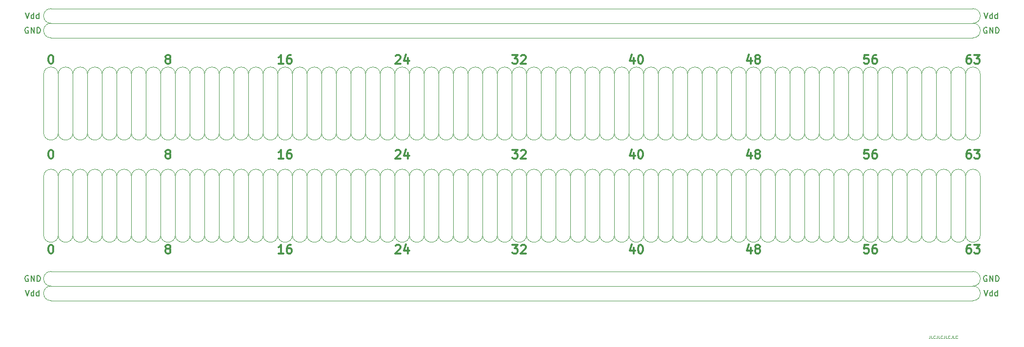
<source format=gbr>
%TF.GenerationSoftware,KiCad,Pcbnew,5.1.7*%
%TF.CreationDate,2020-11-18T18:26:48+01:00*%
%TF.ProjectId,8bitCpu,38626974-4370-4752-9e6b-696361645f70,rev?*%
%TF.SameCoordinates,Original*%
%TF.FileFunction,Legend,Top*%
%TF.FilePolarity,Positive*%
%FSLAX46Y46*%
G04 Gerber Fmt 4.6, Leading zero omitted, Abs format (unit mm)*
G04 Created by KiCad (PCBNEW 5.1.7) date 2020-11-18 18:26:48*
%MOMM*%
%LPD*%
G01*
G04 APERTURE LIST*
%ADD10C,0.200000*%
%ADD11C,0.100000*%
%ADD12C,0.300000*%
%ADD13C,0.120000*%
G04 APERTURE END LIST*
D10*
X213233095Y-45220000D02*
X213137857Y-45172380D01*
X212995000Y-45172380D01*
X212852142Y-45220000D01*
X212756904Y-45315238D01*
X212709285Y-45410476D01*
X212661666Y-45600952D01*
X212661666Y-45743809D01*
X212709285Y-45934285D01*
X212756904Y-46029523D01*
X212852142Y-46124761D01*
X212995000Y-46172380D01*
X213090238Y-46172380D01*
X213233095Y-46124761D01*
X213280714Y-46077142D01*
X213280714Y-45743809D01*
X213090238Y-45743809D01*
X213709285Y-46172380D02*
X213709285Y-45172380D01*
X214280714Y-46172380D01*
X214280714Y-45172380D01*
X214756904Y-46172380D02*
X214756904Y-45172380D01*
X214995000Y-45172380D01*
X215137857Y-45220000D01*
X215233095Y-45315238D01*
X215280714Y-45410476D01*
X215328333Y-45600952D01*
X215328333Y-45743809D01*
X215280714Y-45934285D01*
X215233095Y-46029523D01*
X215137857Y-46124761D01*
X214995000Y-46172380D01*
X214756904Y-46172380D01*
X212756904Y-42632380D02*
X213090238Y-43632380D01*
X213423571Y-42632380D01*
X214185476Y-43632380D02*
X214185476Y-42632380D01*
X214185476Y-43584761D02*
X214090238Y-43632380D01*
X213899761Y-43632380D01*
X213804523Y-43584761D01*
X213756904Y-43537142D01*
X213709285Y-43441904D01*
X213709285Y-43156190D01*
X213756904Y-43060952D01*
X213804523Y-43013333D01*
X213899761Y-42965714D01*
X214090238Y-42965714D01*
X214185476Y-43013333D01*
X215090238Y-43632380D02*
X215090238Y-42632380D01*
X215090238Y-43584761D02*
X214995000Y-43632380D01*
X214804523Y-43632380D01*
X214709285Y-43584761D01*
X214661666Y-43537142D01*
X214614047Y-43441904D01*
X214614047Y-43156190D01*
X214661666Y-43060952D01*
X214709285Y-43013333D01*
X214804523Y-42965714D01*
X214995000Y-42965714D01*
X215090238Y-43013333D01*
X46863095Y-45220000D02*
X46767857Y-45172380D01*
X46625000Y-45172380D01*
X46482142Y-45220000D01*
X46386904Y-45315238D01*
X46339285Y-45410476D01*
X46291666Y-45600952D01*
X46291666Y-45743809D01*
X46339285Y-45934285D01*
X46386904Y-46029523D01*
X46482142Y-46124761D01*
X46625000Y-46172380D01*
X46720238Y-46172380D01*
X46863095Y-46124761D01*
X46910714Y-46077142D01*
X46910714Y-45743809D01*
X46720238Y-45743809D01*
X47339285Y-46172380D02*
X47339285Y-45172380D01*
X47910714Y-46172380D01*
X47910714Y-45172380D01*
X48386904Y-46172380D02*
X48386904Y-45172380D01*
X48625000Y-45172380D01*
X48767857Y-45220000D01*
X48863095Y-45315238D01*
X48910714Y-45410476D01*
X48958333Y-45600952D01*
X48958333Y-45743809D01*
X48910714Y-45934285D01*
X48863095Y-46029523D01*
X48767857Y-46124761D01*
X48625000Y-46172380D01*
X48386904Y-46172380D01*
X46386904Y-42632380D02*
X46720238Y-43632380D01*
X47053571Y-42632380D01*
X47815476Y-43632380D02*
X47815476Y-42632380D01*
X47815476Y-43584761D02*
X47720238Y-43632380D01*
X47529761Y-43632380D01*
X47434523Y-43584761D01*
X47386904Y-43537142D01*
X47339285Y-43441904D01*
X47339285Y-43156190D01*
X47386904Y-43060952D01*
X47434523Y-43013333D01*
X47529761Y-42965714D01*
X47720238Y-42965714D01*
X47815476Y-43013333D01*
X48720238Y-43632380D02*
X48720238Y-42632380D01*
X48720238Y-43584761D02*
X48625000Y-43632380D01*
X48434523Y-43632380D01*
X48339285Y-43584761D01*
X48291666Y-43537142D01*
X48244047Y-43441904D01*
X48244047Y-43156190D01*
X48291666Y-43060952D01*
X48339285Y-43013333D01*
X48434523Y-42965714D01*
X48625000Y-42965714D01*
X48720238Y-43013333D01*
X46386904Y-90892380D02*
X46720238Y-91892380D01*
X47053571Y-90892380D01*
X47815476Y-91892380D02*
X47815476Y-90892380D01*
X47815476Y-91844761D02*
X47720238Y-91892380D01*
X47529761Y-91892380D01*
X47434523Y-91844761D01*
X47386904Y-91797142D01*
X47339285Y-91701904D01*
X47339285Y-91416190D01*
X47386904Y-91320952D01*
X47434523Y-91273333D01*
X47529761Y-91225714D01*
X47720238Y-91225714D01*
X47815476Y-91273333D01*
X48720238Y-91892380D02*
X48720238Y-90892380D01*
X48720238Y-91844761D02*
X48625000Y-91892380D01*
X48434523Y-91892380D01*
X48339285Y-91844761D01*
X48291666Y-91797142D01*
X48244047Y-91701904D01*
X48244047Y-91416190D01*
X48291666Y-91320952D01*
X48339285Y-91273333D01*
X48434523Y-91225714D01*
X48625000Y-91225714D01*
X48720238Y-91273333D01*
X46863095Y-88400000D02*
X46767857Y-88352380D01*
X46625000Y-88352380D01*
X46482142Y-88400000D01*
X46386904Y-88495238D01*
X46339285Y-88590476D01*
X46291666Y-88780952D01*
X46291666Y-88923809D01*
X46339285Y-89114285D01*
X46386904Y-89209523D01*
X46482142Y-89304761D01*
X46625000Y-89352380D01*
X46720238Y-89352380D01*
X46863095Y-89304761D01*
X46910714Y-89257142D01*
X46910714Y-88923809D01*
X46720238Y-88923809D01*
X47339285Y-89352380D02*
X47339285Y-88352380D01*
X47910714Y-89352380D01*
X47910714Y-88352380D01*
X48386904Y-89352380D02*
X48386904Y-88352380D01*
X48625000Y-88352380D01*
X48767857Y-88400000D01*
X48863095Y-88495238D01*
X48910714Y-88590476D01*
X48958333Y-88780952D01*
X48958333Y-88923809D01*
X48910714Y-89114285D01*
X48863095Y-89209523D01*
X48767857Y-89304761D01*
X48625000Y-89352380D01*
X48386904Y-89352380D01*
X212756904Y-90892380D02*
X213090238Y-91892380D01*
X213423571Y-90892380D01*
X214185476Y-91892380D02*
X214185476Y-90892380D01*
X214185476Y-91844761D02*
X214090238Y-91892380D01*
X213899761Y-91892380D01*
X213804523Y-91844761D01*
X213756904Y-91797142D01*
X213709285Y-91701904D01*
X213709285Y-91416190D01*
X213756904Y-91320952D01*
X213804523Y-91273333D01*
X213899761Y-91225714D01*
X214090238Y-91225714D01*
X214185476Y-91273333D01*
X215090238Y-91892380D02*
X215090238Y-90892380D01*
X215090238Y-91844761D02*
X214995000Y-91892380D01*
X214804523Y-91892380D01*
X214709285Y-91844761D01*
X214661666Y-91797142D01*
X214614047Y-91701904D01*
X214614047Y-91416190D01*
X214661666Y-91320952D01*
X214709285Y-91273333D01*
X214804523Y-91225714D01*
X214995000Y-91225714D01*
X215090238Y-91273333D01*
X213233095Y-88400000D02*
X213137857Y-88352380D01*
X212995000Y-88352380D01*
X212852142Y-88400000D01*
X212756904Y-88495238D01*
X212709285Y-88590476D01*
X212661666Y-88780952D01*
X212661666Y-88923809D01*
X212709285Y-89114285D01*
X212756904Y-89209523D01*
X212852142Y-89304761D01*
X212995000Y-89352380D01*
X213090238Y-89352380D01*
X213233095Y-89304761D01*
X213280714Y-89257142D01*
X213280714Y-88923809D01*
X213090238Y-88923809D01*
X213709285Y-89352380D02*
X213709285Y-88352380D01*
X214280714Y-89352380D01*
X214280714Y-88352380D01*
X214756904Y-89352380D02*
X214756904Y-88352380D01*
X214995000Y-88352380D01*
X215137857Y-88400000D01*
X215233095Y-88495238D01*
X215280714Y-88590476D01*
X215328333Y-88780952D01*
X215328333Y-88923809D01*
X215280714Y-89114285D01*
X215233095Y-89209523D01*
X215137857Y-89304761D01*
X214995000Y-89352380D01*
X214756904Y-89352380D01*
D11*
X203334047Y-98786190D02*
X203334047Y-99143333D01*
X203310238Y-99214761D01*
X203262619Y-99262380D01*
X203191190Y-99286190D01*
X203143571Y-99286190D01*
X203810238Y-99286190D02*
X203572142Y-99286190D01*
X203572142Y-98786190D01*
X204262619Y-99238571D02*
X204238809Y-99262380D01*
X204167380Y-99286190D01*
X204119761Y-99286190D01*
X204048333Y-99262380D01*
X204000714Y-99214761D01*
X203976904Y-99167142D01*
X203953095Y-99071904D01*
X203953095Y-99000476D01*
X203976904Y-98905238D01*
X204000714Y-98857619D01*
X204048333Y-98810000D01*
X204119761Y-98786190D01*
X204167380Y-98786190D01*
X204238809Y-98810000D01*
X204262619Y-98833809D01*
X204619761Y-98786190D02*
X204619761Y-99143333D01*
X204595952Y-99214761D01*
X204548333Y-99262380D01*
X204476904Y-99286190D01*
X204429285Y-99286190D01*
X205095952Y-99286190D02*
X204857857Y-99286190D01*
X204857857Y-98786190D01*
X205548333Y-99238571D02*
X205524523Y-99262380D01*
X205453095Y-99286190D01*
X205405476Y-99286190D01*
X205334047Y-99262380D01*
X205286428Y-99214761D01*
X205262619Y-99167142D01*
X205238809Y-99071904D01*
X205238809Y-99000476D01*
X205262619Y-98905238D01*
X205286428Y-98857619D01*
X205334047Y-98810000D01*
X205405476Y-98786190D01*
X205453095Y-98786190D01*
X205524523Y-98810000D01*
X205548333Y-98833809D01*
X205905476Y-98786190D02*
X205905476Y-99143333D01*
X205881666Y-99214761D01*
X205834047Y-99262380D01*
X205762619Y-99286190D01*
X205715000Y-99286190D01*
X206381666Y-99286190D02*
X206143571Y-99286190D01*
X206143571Y-98786190D01*
X206834047Y-99238571D02*
X206810238Y-99262380D01*
X206738809Y-99286190D01*
X206691190Y-99286190D01*
X206619761Y-99262380D01*
X206572142Y-99214761D01*
X206548333Y-99167142D01*
X206524523Y-99071904D01*
X206524523Y-99000476D01*
X206548333Y-98905238D01*
X206572142Y-98857619D01*
X206619761Y-98810000D01*
X206691190Y-98786190D01*
X206738809Y-98786190D01*
X206810238Y-98810000D01*
X206834047Y-98833809D01*
X207191190Y-98786190D02*
X207191190Y-99143333D01*
X207167380Y-99214761D01*
X207119761Y-99262380D01*
X207048333Y-99286190D01*
X207000714Y-99286190D01*
X207667380Y-99286190D02*
X207429285Y-99286190D01*
X207429285Y-98786190D01*
X208119761Y-99238571D02*
X208095952Y-99262380D01*
X208024523Y-99286190D01*
X207976904Y-99286190D01*
X207905476Y-99262380D01*
X207857857Y-99214761D01*
X207834047Y-99167142D01*
X207810238Y-99071904D01*
X207810238Y-99000476D01*
X207834047Y-98905238D01*
X207857857Y-98857619D01*
X207905476Y-98810000D01*
X207976904Y-98786190D01*
X208024523Y-98786190D01*
X208095952Y-98810000D01*
X208119761Y-98833809D01*
D12*
X192682857Y-82998571D02*
X191968571Y-82998571D01*
X191897142Y-83712857D01*
X191968571Y-83641428D01*
X192111428Y-83570000D01*
X192468571Y-83570000D01*
X192611428Y-83641428D01*
X192682857Y-83712857D01*
X192754285Y-83855714D01*
X192754285Y-84212857D01*
X192682857Y-84355714D01*
X192611428Y-84427142D01*
X192468571Y-84498571D01*
X192111428Y-84498571D01*
X191968571Y-84427142D01*
X191897142Y-84355714D01*
X194040000Y-82998571D02*
X193754285Y-82998571D01*
X193611428Y-83070000D01*
X193540000Y-83141428D01*
X193397142Y-83355714D01*
X193325714Y-83641428D01*
X193325714Y-84212857D01*
X193397142Y-84355714D01*
X193468571Y-84427142D01*
X193611428Y-84498571D01*
X193897142Y-84498571D01*
X194040000Y-84427142D01*
X194111428Y-84355714D01*
X194182857Y-84212857D01*
X194182857Y-83855714D01*
X194111428Y-83712857D01*
X194040000Y-83641428D01*
X193897142Y-83570000D01*
X193611428Y-83570000D01*
X193468571Y-83641428D01*
X193397142Y-83712857D01*
X193325714Y-83855714D01*
X210391428Y-82998571D02*
X210105714Y-82998571D01*
X209962857Y-83070000D01*
X209891428Y-83141428D01*
X209748571Y-83355714D01*
X209677142Y-83641428D01*
X209677142Y-84212857D01*
X209748571Y-84355714D01*
X209820000Y-84427142D01*
X209962857Y-84498571D01*
X210248571Y-84498571D01*
X210391428Y-84427142D01*
X210462857Y-84355714D01*
X210534285Y-84212857D01*
X210534285Y-83855714D01*
X210462857Y-83712857D01*
X210391428Y-83641428D01*
X210248571Y-83570000D01*
X209962857Y-83570000D01*
X209820000Y-83641428D01*
X209748571Y-83712857D01*
X209677142Y-83855714D01*
X211034285Y-82998571D02*
X211962857Y-82998571D01*
X211462857Y-83570000D01*
X211677142Y-83570000D01*
X211820000Y-83641428D01*
X211891428Y-83712857D01*
X211962857Y-83855714D01*
X211962857Y-84212857D01*
X211891428Y-84355714D01*
X211820000Y-84427142D01*
X211677142Y-84498571D01*
X211248571Y-84498571D01*
X211105714Y-84427142D01*
X211034285Y-84355714D01*
X70977142Y-83641428D02*
X70834285Y-83570000D01*
X70762857Y-83498571D01*
X70691428Y-83355714D01*
X70691428Y-83284285D01*
X70762857Y-83141428D01*
X70834285Y-83070000D01*
X70977142Y-82998571D01*
X71262857Y-82998571D01*
X71405714Y-83070000D01*
X71477142Y-83141428D01*
X71548571Y-83284285D01*
X71548571Y-83355714D01*
X71477142Y-83498571D01*
X71405714Y-83570000D01*
X71262857Y-83641428D01*
X70977142Y-83641428D01*
X70834285Y-83712857D01*
X70762857Y-83784285D01*
X70691428Y-83927142D01*
X70691428Y-84212857D01*
X70762857Y-84355714D01*
X70834285Y-84427142D01*
X70977142Y-84498571D01*
X71262857Y-84498571D01*
X71405714Y-84427142D01*
X71477142Y-84355714D01*
X71548571Y-84212857D01*
X71548571Y-83927142D01*
X71477142Y-83784285D01*
X71405714Y-83712857D01*
X71262857Y-83641428D01*
X151971428Y-83498571D02*
X151971428Y-84498571D01*
X151614285Y-82927142D02*
X151257142Y-83998571D01*
X152185714Y-83998571D01*
X153042857Y-82998571D02*
X153185714Y-82998571D01*
X153328571Y-83070000D01*
X153400000Y-83141428D01*
X153471428Y-83284285D01*
X153542857Y-83570000D01*
X153542857Y-83927142D01*
X153471428Y-84212857D01*
X153400000Y-84355714D01*
X153328571Y-84427142D01*
X153185714Y-84498571D01*
X153042857Y-84498571D01*
X152900000Y-84427142D01*
X152828571Y-84355714D01*
X152757142Y-84212857D01*
X152685714Y-83927142D01*
X152685714Y-83570000D01*
X152757142Y-83284285D01*
X152828571Y-83141428D01*
X152900000Y-83070000D01*
X153042857Y-82998571D01*
X172291428Y-83498571D02*
X172291428Y-84498571D01*
X171934285Y-82927142D02*
X171577142Y-83998571D01*
X172505714Y-83998571D01*
X173291428Y-83641428D02*
X173148571Y-83570000D01*
X173077142Y-83498571D01*
X173005714Y-83355714D01*
X173005714Y-83284285D01*
X173077142Y-83141428D01*
X173148571Y-83070000D01*
X173291428Y-82998571D01*
X173577142Y-82998571D01*
X173720000Y-83070000D01*
X173791428Y-83141428D01*
X173862857Y-83284285D01*
X173862857Y-83355714D01*
X173791428Y-83498571D01*
X173720000Y-83570000D01*
X173577142Y-83641428D01*
X173291428Y-83641428D01*
X173148571Y-83712857D01*
X173077142Y-83784285D01*
X173005714Y-83927142D01*
X173005714Y-84212857D01*
X173077142Y-84355714D01*
X173148571Y-84427142D01*
X173291428Y-84498571D01*
X173577142Y-84498571D01*
X173720000Y-84427142D01*
X173791428Y-84355714D01*
X173862857Y-84212857D01*
X173862857Y-83927142D01*
X173791428Y-83784285D01*
X173720000Y-83712857D01*
X173577142Y-83641428D01*
X110617142Y-83141428D02*
X110688571Y-83070000D01*
X110831428Y-82998571D01*
X111188571Y-82998571D01*
X111331428Y-83070000D01*
X111402857Y-83141428D01*
X111474285Y-83284285D01*
X111474285Y-83427142D01*
X111402857Y-83641428D01*
X110545714Y-84498571D01*
X111474285Y-84498571D01*
X112760000Y-83498571D02*
X112760000Y-84498571D01*
X112402857Y-82927142D02*
X112045714Y-83998571D01*
X112974285Y-83998571D01*
X91154285Y-84498571D02*
X90297142Y-84498571D01*
X90725714Y-84498571D02*
X90725714Y-82998571D01*
X90582857Y-83212857D01*
X90440000Y-83355714D01*
X90297142Y-83427142D01*
X92440000Y-82998571D02*
X92154285Y-82998571D01*
X92011428Y-83070000D01*
X91940000Y-83141428D01*
X91797142Y-83355714D01*
X91725714Y-83641428D01*
X91725714Y-84212857D01*
X91797142Y-84355714D01*
X91868571Y-84427142D01*
X92011428Y-84498571D01*
X92297142Y-84498571D01*
X92440000Y-84427142D01*
X92511428Y-84355714D01*
X92582857Y-84212857D01*
X92582857Y-83855714D01*
X92511428Y-83712857D01*
X92440000Y-83641428D01*
X92297142Y-83570000D01*
X92011428Y-83570000D01*
X91868571Y-83641428D01*
X91797142Y-83712857D01*
X91725714Y-83855714D01*
X130865714Y-82998571D02*
X131794285Y-82998571D01*
X131294285Y-83570000D01*
X131508571Y-83570000D01*
X131651428Y-83641428D01*
X131722857Y-83712857D01*
X131794285Y-83855714D01*
X131794285Y-84212857D01*
X131722857Y-84355714D01*
X131651428Y-84427142D01*
X131508571Y-84498571D01*
X131080000Y-84498571D01*
X130937142Y-84427142D01*
X130865714Y-84355714D01*
X132365714Y-83141428D02*
X132437142Y-83070000D01*
X132580000Y-82998571D01*
X132937142Y-82998571D01*
X133080000Y-83070000D01*
X133151428Y-83141428D01*
X133222857Y-83284285D01*
X133222857Y-83427142D01*
X133151428Y-83641428D01*
X132294285Y-84498571D01*
X133222857Y-84498571D01*
X50728571Y-82998571D02*
X50871428Y-82998571D01*
X51014285Y-83070000D01*
X51085714Y-83141428D01*
X51157142Y-83284285D01*
X51228571Y-83570000D01*
X51228571Y-83927142D01*
X51157142Y-84212857D01*
X51085714Y-84355714D01*
X51014285Y-84427142D01*
X50871428Y-84498571D01*
X50728571Y-84498571D01*
X50585714Y-84427142D01*
X50514285Y-84355714D01*
X50442857Y-84212857D01*
X50371428Y-83927142D01*
X50371428Y-83570000D01*
X50442857Y-83284285D01*
X50514285Y-83141428D01*
X50585714Y-83070000D01*
X50728571Y-82998571D01*
X192682857Y-66488571D02*
X191968571Y-66488571D01*
X191897142Y-67202857D01*
X191968571Y-67131428D01*
X192111428Y-67060000D01*
X192468571Y-67060000D01*
X192611428Y-67131428D01*
X192682857Y-67202857D01*
X192754285Y-67345714D01*
X192754285Y-67702857D01*
X192682857Y-67845714D01*
X192611428Y-67917142D01*
X192468571Y-67988571D01*
X192111428Y-67988571D01*
X191968571Y-67917142D01*
X191897142Y-67845714D01*
X194040000Y-66488571D02*
X193754285Y-66488571D01*
X193611428Y-66560000D01*
X193540000Y-66631428D01*
X193397142Y-66845714D01*
X193325714Y-67131428D01*
X193325714Y-67702857D01*
X193397142Y-67845714D01*
X193468571Y-67917142D01*
X193611428Y-67988571D01*
X193897142Y-67988571D01*
X194040000Y-67917142D01*
X194111428Y-67845714D01*
X194182857Y-67702857D01*
X194182857Y-67345714D01*
X194111428Y-67202857D01*
X194040000Y-67131428D01*
X193897142Y-67060000D01*
X193611428Y-67060000D01*
X193468571Y-67131428D01*
X193397142Y-67202857D01*
X193325714Y-67345714D01*
X210391428Y-66488571D02*
X210105714Y-66488571D01*
X209962857Y-66560000D01*
X209891428Y-66631428D01*
X209748571Y-66845714D01*
X209677142Y-67131428D01*
X209677142Y-67702857D01*
X209748571Y-67845714D01*
X209820000Y-67917142D01*
X209962857Y-67988571D01*
X210248571Y-67988571D01*
X210391428Y-67917142D01*
X210462857Y-67845714D01*
X210534285Y-67702857D01*
X210534285Y-67345714D01*
X210462857Y-67202857D01*
X210391428Y-67131428D01*
X210248571Y-67060000D01*
X209962857Y-67060000D01*
X209820000Y-67131428D01*
X209748571Y-67202857D01*
X209677142Y-67345714D01*
X211034285Y-66488571D02*
X211962857Y-66488571D01*
X211462857Y-67060000D01*
X211677142Y-67060000D01*
X211820000Y-67131428D01*
X211891428Y-67202857D01*
X211962857Y-67345714D01*
X211962857Y-67702857D01*
X211891428Y-67845714D01*
X211820000Y-67917142D01*
X211677142Y-67988571D01*
X211248571Y-67988571D01*
X211105714Y-67917142D01*
X211034285Y-67845714D01*
X70977142Y-67131428D02*
X70834285Y-67060000D01*
X70762857Y-66988571D01*
X70691428Y-66845714D01*
X70691428Y-66774285D01*
X70762857Y-66631428D01*
X70834285Y-66560000D01*
X70977142Y-66488571D01*
X71262857Y-66488571D01*
X71405714Y-66560000D01*
X71477142Y-66631428D01*
X71548571Y-66774285D01*
X71548571Y-66845714D01*
X71477142Y-66988571D01*
X71405714Y-67060000D01*
X71262857Y-67131428D01*
X70977142Y-67131428D01*
X70834285Y-67202857D01*
X70762857Y-67274285D01*
X70691428Y-67417142D01*
X70691428Y-67702857D01*
X70762857Y-67845714D01*
X70834285Y-67917142D01*
X70977142Y-67988571D01*
X71262857Y-67988571D01*
X71405714Y-67917142D01*
X71477142Y-67845714D01*
X71548571Y-67702857D01*
X71548571Y-67417142D01*
X71477142Y-67274285D01*
X71405714Y-67202857D01*
X71262857Y-67131428D01*
X151971428Y-66988571D02*
X151971428Y-67988571D01*
X151614285Y-66417142D02*
X151257142Y-67488571D01*
X152185714Y-67488571D01*
X153042857Y-66488571D02*
X153185714Y-66488571D01*
X153328571Y-66560000D01*
X153400000Y-66631428D01*
X153471428Y-66774285D01*
X153542857Y-67060000D01*
X153542857Y-67417142D01*
X153471428Y-67702857D01*
X153400000Y-67845714D01*
X153328571Y-67917142D01*
X153185714Y-67988571D01*
X153042857Y-67988571D01*
X152900000Y-67917142D01*
X152828571Y-67845714D01*
X152757142Y-67702857D01*
X152685714Y-67417142D01*
X152685714Y-67060000D01*
X152757142Y-66774285D01*
X152828571Y-66631428D01*
X152900000Y-66560000D01*
X153042857Y-66488571D01*
X172291428Y-66988571D02*
X172291428Y-67988571D01*
X171934285Y-66417142D02*
X171577142Y-67488571D01*
X172505714Y-67488571D01*
X173291428Y-67131428D02*
X173148571Y-67060000D01*
X173077142Y-66988571D01*
X173005714Y-66845714D01*
X173005714Y-66774285D01*
X173077142Y-66631428D01*
X173148571Y-66560000D01*
X173291428Y-66488571D01*
X173577142Y-66488571D01*
X173720000Y-66560000D01*
X173791428Y-66631428D01*
X173862857Y-66774285D01*
X173862857Y-66845714D01*
X173791428Y-66988571D01*
X173720000Y-67060000D01*
X173577142Y-67131428D01*
X173291428Y-67131428D01*
X173148571Y-67202857D01*
X173077142Y-67274285D01*
X173005714Y-67417142D01*
X173005714Y-67702857D01*
X173077142Y-67845714D01*
X173148571Y-67917142D01*
X173291428Y-67988571D01*
X173577142Y-67988571D01*
X173720000Y-67917142D01*
X173791428Y-67845714D01*
X173862857Y-67702857D01*
X173862857Y-67417142D01*
X173791428Y-67274285D01*
X173720000Y-67202857D01*
X173577142Y-67131428D01*
X110617142Y-66631428D02*
X110688571Y-66560000D01*
X110831428Y-66488571D01*
X111188571Y-66488571D01*
X111331428Y-66560000D01*
X111402857Y-66631428D01*
X111474285Y-66774285D01*
X111474285Y-66917142D01*
X111402857Y-67131428D01*
X110545714Y-67988571D01*
X111474285Y-67988571D01*
X112760000Y-66988571D02*
X112760000Y-67988571D01*
X112402857Y-66417142D02*
X112045714Y-67488571D01*
X112974285Y-67488571D01*
X91154285Y-67988571D02*
X90297142Y-67988571D01*
X90725714Y-67988571D02*
X90725714Y-66488571D01*
X90582857Y-66702857D01*
X90440000Y-66845714D01*
X90297142Y-66917142D01*
X92440000Y-66488571D02*
X92154285Y-66488571D01*
X92011428Y-66560000D01*
X91940000Y-66631428D01*
X91797142Y-66845714D01*
X91725714Y-67131428D01*
X91725714Y-67702857D01*
X91797142Y-67845714D01*
X91868571Y-67917142D01*
X92011428Y-67988571D01*
X92297142Y-67988571D01*
X92440000Y-67917142D01*
X92511428Y-67845714D01*
X92582857Y-67702857D01*
X92582857Y-67345714D01*
X92511428Y-67202857D01*
X92440000Y-67131428D01*
X92297142Y-67060000D01*
X92011428Y-67060000D01*
X91868571Y-67131428D01*
X91797142Y-67202857D01*
X91725714Y-67345714D01*
X130865714Y-66488571D02*
X131794285Y-66488571D01*
X131294285Y-67060000D01*
X131508571Y-67060000D01*
X131651428Y-67131428D01*
X131722857Y-67202857D01*
X131794285Y-67345714D01*
X131794285Y-67702857D01*
X131722857Y-67845714D01*
X131651428Y-67917142D01*
X131508571Y-67988571D01*
X131080000Y-67988571D01*
X130937142Y-67917142D01*
X130865714Y-67845714D01*
X132365714Y-66631428D02*
X132437142Y-66560000D01*
X132580000Y-66488571D01*
X132937142Y-66488571D01*
X133080000Y-66560000D01*
X133151428Y-66631428D01*
X133222857Y-66774285D01*
X133222857Y-66917142D01*
X133151428Y-67131428D01*
X132294285Y-67988571D01*
X133222857Y-67988571D01*
X50728571Y-66488571D02*
X50871428Y-66488571D01*
X51014285Y-66560000D01*
X51085714Y-66631428D01*
X51157142Y-66774285D01*
X51228571Y-67060000D01*
X51228571Y-67417142D01*
X51157142Y-67702857D01*
X51085714Y-67845714D01*
X51014285Y-67917142D01*
X50871428Y-67988571D01*
X50728571Y-67988571D01*
X50585714Y-67917142D01*
X50514285Y-67845714D01*
X50442857Y-67702857D01*
X50371428Y-67417142D01*
X50371428Y-67060000D01*
X50442857Y-66774285D01*
X50514285Y-66631428D01*
X50585714Y-66560000D01*
X50728571Y-66488571D01*
X50728571Y-49978571D02*
X50871428Y-49978571D01*
X51014285Y-50050000D01*
X51085714Y-50121428D01*
X51157142Y-50264285D01*
X51228571Y-50550000D01*
X51228571Y-50907142D01*
X51157142Y-51192857D01*
X51085714Y-51335714D01*
X51014285Y-51407142D01*
X50871428Y-51478571D01*
X50728571Y-51478571D01*
X50585714Y-51407142D01*
X50514285Y-51335714D01*
X50442857Y-51192857D01*
X50371428Y-50907142D01*
X50371428Y-50550000D01*
X50442857Y-50264285D01*
X50514285Y-50121428D01*
X50585714Y-50050000D01*
X50728571Y-49978571D01*
X210391428Y-49978571D02*
X210105714Y-49978571D01*
X209962857Y-50050000D01*
X209891428Y-50121428D01*
X209748571Y-50335714D01*
X209677142Y-50621428D01*
X209677142Y-51192857D01*
X209748571Y-51335714D01*
X209820000Y-51407142D01*
X209962857Y-51478571D01*
X210248571Y-51478571D01*
X210391428Y-51407142D01*
X210462857Y-51335714D01*
X210534285Y-51192857D01*
X210534285Y-50835714D01*
X210462857Y-50692857D01*
X210391428Y-50621428D01*
X210248571Y-50550000D01*
X209962857Y-50550000D01*
X209820000Y-50621428D01*
X209748571Y-50692857D01*
X209677142Y-50835714D01*
X211034285Y-49978571D02*
X211962857Y-49978571D01*
X211462857Y-50550000D01*
X211677142Y-50550000D01*
X211820000Y-50621428D01*
X211891428Y-50692857D01*
X211962857Y-50835714D01*
X211962857Y-51192857D01*
X211891428Y-51335714D01*
X211820000Y-51407142D01*
X211677142Y-51478571D01*
X211248571Y-51478571D01*
X211105714Y-51407142D01*
X211034285Y-51335714D01*
X192682857Y-49978571D02*
X191968571Y-49978571D01*
X191897142Y-50692857D01*
X191968571Y-50621428D01*
X192111428Y-50550000D01*
X192468571Y-50550000D01*
X192611428Y-50621428D01*
X192682857Y-50692857D01*
X192754285Y-50835714D01*
X192754285Y-51192857D01*
X192682857Y-51335714D01*
X192611428Y-51407142D01*
X192468571Y-51478571D01*
X192111428Y-51478571D01*
X191968571Y-51407142D01*
X191897142Y-51335714D01*
X194040000Y-49978571D02*
X193754285Y-49978571D01*
X193611428Y-50050000D01*
X193540000Y-50121428D01*
X193397142Y-50335714D01*
X193325714Y-50621428D01*
X193325714Y-51192857D01*
X193397142Y-51335714D01*
X193468571Y-51407142D01*
X193611428Y-51478571D01*
X193897142Y-51478571D01*
X194040000Y-51407142D01*
X194111428Y-51335714D01*
X194182857Y-51192857D01*
X194182857Y-50835714D01*
X194111428Y-50692857D01*
X194040000Y-50621428D01*
X193897142Y-50550000D01*
X193611428Y-50550000D01*
X193468571Y-50621428D01*
X193397142Y-50692857D01*
X193325714Y-50835714D01*
X172291428Y-50478571D02*
X172291428Y-51478571D01*
X171934285Y-49907142D02*
X171577142Y-50978571D01*
X172505714Y-50978571D01*
X173291428Y-50621428D02*
X173148571Y-50550000D01*
X173077142Y-50478571D01*
X173005714Y-50335714D01*
X173005714Y-50264285D01*
X173077142Y-50121428D01*
X173148571Y-50050000D01*
X173291428Y-49978571D01*
X173577142Y-49978571D01*
X173720000Y-50050000D01*
X173791428Y-50121428D01*
X173862857Y-50264285D01*
X173862857Y-50335714D01*
X173791428Y-50478571D01*
X173720000Y-50550000D01*
X173577142Y-50621428D01*
X173291428Y-50621428D01*
X173148571Y-50692857D01*
X173077142Y-50764285D01*
X173005714Y-50907142D01*
X173005714Y-51192857D01*
X173077142Y-51335714D01*
X173148571Y-51407142D01*
X173291428Y-51478571D01*
X173577142Y-51478571D01*
X173720000Y-51407142D01*
X173791428Y-51335714D01*
X173862857Y-51192857D01*
X173862857Y-50907142D01*
X173791428Y-50764285D01*
X173720000Y-50692857D01*
X173577142Y-50621428D01*
X151971428Y-50478571D02*
X151971428Y-51478571D01*
X151614285Y-49907142D02*
X151257142Y-50978571D01*
X152185714Y-50978571D01*
X153042857Y-49978571D02*
X153185714Y-49978571D01*
X153328571Y-50050000D01*
X153400000Y-50121428D01*
X153471428Y-50264285D01*
X153542857Y-50550000D01*
X153542857Y-50907142D01*
X153471428Y-51192857D01*
X153400000Y-51335714D01*
X153328571Y-51407142D01*
X153185714Y-51478571D01*
X153042857Y-51478571D01*
X152900000Y-51407142D01*
X152828571Y-51335714D01*
X152757142Y-51192857D01*
X152685714Y-50907142D01*
X152685714Y-50550000D01*
X152757142Y-50264285D01*
X152828571Y-50121428D01*
X152900000Y-50050000D01*
X153042857Y-49978571D01*
X130865714Y-49978571D02*
X131794285Y-49978571D01*
X131294285Y-50550000D01*
X131508571Y-50550000D01*
X131651428Y-50621428D01*
X131722857Y-50692857D01*
X131794285Y-50835714D01*
X131794285Y-51192857D01*
X131722857Y-51335714D01*
X131651428Y-51407142D01*
X131508571Y-51478571D01*
X131080000Y-51478571D01*
X130937142Y-51407142D01*
X130865714Y-51335714D01*
X132365714Y-50121428D02*
X132437142Y-50050000D01*
X132580000Y-49978571D01*
X132937142Y-49978571D01*
X133080000Y-50050000D01*
X133151428Y-50121428D01*
X133222857Y-50264285D01*
X133222857Y-50407142D01*
X133151428Y-50621428D01*
X132294285Y-51478571D01*
X133222857Y-51478571D01*
X110617142Y-50121428D02*
X110688571Y-50050000D01*
X110831428Y-49978571D01*
X111188571Y-49978571D01*
X111331428Y-50050000D01*
X111402857Y-50121428D01*
X111474285Y-50264285D01*
X111474285Y-50407142D01*
X111402857Y-50621428D01*
X110545714Y-51478571D01*
X111474285Y-51478571D01*
X112760000Y-50478571D02*
X112760000Y-51478571D01*
X112402857Y-49907142D02*
X112045714Y-50978571D01*
X112974285Y-50978571D01*
X91154285Y-51478571D02*
X90297142Y-51478571D01*
X90725714Y-51478571D02*
X90725714Y-49978571D01*
X90582857Y-50192857D01*
X90440000Y-50335714D01*
X90297142Y-50407142D01*
X92440000Y-49978571D02*
X92154285Y-49978571D01*
X92011428Y-50050000D01*
X91940000Y-50121428D01*
X91797142Y-50335714D01*
X91725714Y-50621428D01*
X91725714Y-51192857D01*
X91797142Y-51335714D01*
X91868571Y-51407142D01*
X92011428Y-51478571D01*
X92297142Y-51478571D01*
X92440000Y-51407142D01*
X92511428Y-51335714D01*
X92582857Y-51192857D01*
X92582857Y-50835714D01*
X92511428Y-50692857D01*
X92440000Y-50621428D01*
X92297142Y-50550000D01*
X92011428Y-50550000D01*
X91868571Y-50621428D01*
X91797142Y-50692857D01*
X91725714Y-50835714D01*
X70977142Y-50621428D02*
X70834285Y-50550000D01*
X70762857Y-50478571D01*
X70691428Y-50335714D01*
X70691428Y-50264285D01*
X70762857Y-50121428D01*
X70834285Y-50050000D01*
X70977142Y-49978571D01*
X71262857Y-49978571D01*
X71405714Y-50050000D01*
X71477142Y-50121428D01*
X71548571Y-50264285D01*
X71548571Y-50335714D01*
X71477142Y-50478571D01*
X71405714Y-50550000D01*
X71262857Y-50621428D01*
X70977142Y-50621428D01*
X70834285Y-50692857D01*
X70762857Y-50764285D01*
X70691428Y-50907142D01*
X70691428Y-51192857D01*
X70762857Y-51335714D01*
X70834285Y-51407142D01*
X70977142Y-51478571D01*
X71262857Y-51478571D01*
X71405714Y-51407142D01*
X71477142Y-51335714D01*
X71548571Y-51192857D01*
X71548571Y-50907142D01*
X71477142Y-50764285D01*
X71405714Y-50692857D01*
X71262857Y-50621428D01*
D13*
%TO.C,REF\u002A\u002A*%
X50800000Y-87630000D02*
X210820000Y-87630000D01*
X210820000Y-90170000D02*
X50800000Y-90170000D01*
X210820000Y-87630000D02*
G75*
G02*
X210820000Y-90170000I0J-1270000D01*
G01*
X50800000Y-90170000D02*
G75*
G02*
X50800000Y-87630000I0J1270000D01*
G01*
X50800000Y-90170000D02*
X210820000Y-90170000D01*
X210820000Y-92710000D02*
X50800000Y-92710000D01*
X50800000Y-92710000D02*
G75*
G02*
X50800000Y-90170000I0J1270000D01*
G01*
X210820000Y-90170000D02*
G75*
G02*
X210820000Y-92710000I0J-1270000D01*
G01*
X50800000Y-44450000D02*
X210820000Y-44450000D01*
X210820000Y-46990000D02*
X50800000Y-46990000D01*
X210820000Y-44450000D02*
G75*
G02*
X210820000Y-46990000I0J-1270000D01*
G01*
X50800000Y-46990000D02*
G75*
G02*
X50800000Y-44450000I0J1270000D01*
G01*
X52070000Y-71120000D02*
X52070000Y-81280000D01*
X49530000Y-81280000D02*
X49530000Y-71120000D01*
X49530000Y-71120000D02*
G75*
G02*
X52070000Y-71120000I1270000J0D01*
G01*
X52070000Y-81280000D02*
G75*
G02*
X49530000Y-81280000I-1270000J0D01*
G01*
X54610000Y-71120000D02*
X54610000Y-81280000D01*
X52070000Y-81280000D02*
X52070000Y-71120000D01*
X52070000Y-71120000D02*
G75*
G02*
X54610000Y-71120000I1270000J0D01*
G01*
X54610000Y-81280000D02*
G75*
G02*
X52070000Y-81280000I-1270000J0D01*
G01*
X57150000Y-71120000D02*
X57150000Y-81280000D01*
X54610000Y-81280000D02*
X54610000Y-71120000D01*
X54610000Y-71120000D02*
G75*
G02*
X57150000Y-71120000I1270000J0D01*
G01*
X57150000Y-81280000D02*
G75*
G02*
X54610000Y-81280000I-1270000J0D01*
G01*
X59690000Y-71120000D02*
X59690000Y-81280000D01*
X57150000Y-81280000D02*
X57150000Y-71120000D01*
X57150000Y-71120000D02*
G75*
G02*
X59690000Y-71120000I1270000J0D01*
G01*
X59690000Y-81280000D02*
G75*
G02*
X57150000Y-81280000I-1270000J0D01*
G01*
X62230000Y-71120000D02*
X62230000Y-81280000D01*
X59690000Y-81280000D02*
X59690000Y-71120000D01*
X59690000Y-71120000D02*
G75*
G02*
X62230000Y-71120000I1270000J0D01*
G01*
X62230000Y-81280000D02*
G75*
G02*
X59690000Y-81280000I-1270000J0D01*
G01*
X64770000Y-71120000D02*
X64770000Y-81280000D01*
X62230000Y-81280000D02*
X62230000Y-71120000D01*
X62230000Y-71120000D02*
G75*
G02*
X64770000Y-71120000I1270000J0D01*
G01*
X64770000Y-81280000D02*
G75*
G02*
X62230000Y-81280000I-1270000J0D01*
G01*
X67310000Y-71120000D02*
X67310000Y-81280000D01*
X64770000Y-81280000D02*
X64770000Y-71120000D01*
X64770000Y-71120000D02*
G75*
G02*
X67310000Y-71120000I1270000J0D01*
G01*
X67310000Y-81280000D02*
G75*
G02*
X64770000Y-81280000I-1270000J0D01*
G01*
X69850000Y-71120000D02*
X69850000Y-81280000D01*
X67310000Y-81280000D02*
X67310000Y-71120000D01*
X67310000Y-71120000D02*
G75*
G02*
X69850000Y-71120000I1270000J0D01*
G01*
X69850000Y-81280000D02*
G75*
G02*
X67310000Y-81280000I-1270000J0D01*
G01*
X85090000Y-71120000D02*
X85090000Y-81280000D01*
X82550000Y-81280000D02*
X82550000Y-71120000D01*
X82550000Y-71120000D02*
G75*
G02*
X85090000Y-71120000I1270000J0D01*
G01*
X85090000Y-81280000D02*
G75*
G02*
X82550000Y-81280000I-1270000J0D01*
G01*
X82550000Y-71120000D02*
X82550000Y-81280000D01*
X80010000Y-81280000D02*
X80010000Y-71120000D01*
X80010000Y-71120000D02*
G75*
G02*
X82550000Y-71120000I1270000J0D01*
G01*
X82550000Y-81280000D02*
G75*
G02*
X80010000Y-81280000I-1270000J0D01*
G01*
X87630000Y-71120000D02*
X87630000Y-81280000D01*
X85090000Y-81280000D02*
X85090000Y-71120000D01*
X85090000Y-71120000D02*
G75*
G02*
X87630000Y-71120000I1270000J0D01*
G01*
X87630000Y-81280000D02*
G75*
G02*
X85090000Y-81280000I-1270000J0D01*
G01*
X77470000Y-71120000D02*
X77470000Y-81280000D01*
X74930000Y-81280000D02*
X74930000Y-71120000D01*
X74930000Y-71120000D02*
G75*
G02*
X77470000Y-71120000I1270000J0D01*
G01*
X77470000Y-81280000D02*
G75*
G02*
X74930000Y-81280000I-1270000J0D01*
G01*
X72390000Y-71120000D02*
X72390000Y-81280000D01*
X69850000Y-81280000D02*
X69850000Y-71120000D01*
X69850000Y-71120000D02*
G75*
G02*
X72390000Y-71120000I1270000J0D01*
G01*
X72390000Y-81280000D02*
G75*
G02*
X69850000Y-81280000I-1270000J0D01*
G01*
X80010000Y-71120000D02*
X80010000Y-81280000D01*
X77470000Y-81280000D02*
X77470000Y-71120000D01*
X77470000Y-71120000D02*
G75*
G02*
X80010000Y-71120000I1270000J0D01*
G01*
X80010000Y-81280000D02*
G75*
G02*
X77470000Y-81280000I-1270000J0D01*
G01*
X90170000Y-71120000D02*
X90170000Y-81280000D01*
X87630000Y-81280000D02*
X87630000Y-71120000D01*
X87630000Y-71120000D02*
G75*
G02*
X90170000Y-71120000I1270000J0D01*
G01*
X90170000Y-81280000D02*
G75*
G02*
X87630000Y-81280000I-1270000J0D01*
G01*
X74930000Y-71120000D02*
X74930000Y-81280000D01*
X72390000Y-81280000D02*
X72390000Y-71120000D01*
X72390000Y-71120000D02*
G75*
G02*
X74930000Y-71120000I1270000J0D01*
G01*
X74930000Y-81280000D02*
G75*
G02*
X72390000Y-81280000I-1270000J0D01*
G01*
X105410000Y-71120000D02*
X105410000Y-81280000D01*
X102870000Y-81280000D02*
X102870000Y-71120000D01*
X102870000Y-71120000D02*
G75*
G02*
X105410000Y-71120000I1270000J0D01*
G01*
X105410000Y-81280000D02*
G75*
G02*
X102870000Y-81280000I-1270000J0D01*
G01*
X125730000Y-71120000D02*
X125730000Y-81280000D01*
X123190000Y-81280000D02*
X123190000Y-71120000D01*
X123190000Y-71120000D02*
G75*
G02*
X125730000Y-71120000I1270000J0D01*
G01*
X125730000Y-81280000D02*
G75*
G02*
X123190000Y-81280000I-1270000J0D01*
G01*
X102870000Y-71120000D02*
X102870000Y-81280000D01*
X100330000Y-81280000D02*
X100330000Y-71120000D01*
X100330000Y-71120000D02*
G75*
G02*
X102870000Y-71120000I1270000J0D01*
G01*
X102870000Y-81280000D02*
G75*
G02*
X100330000Y-81280000I-1270000J0D01*
G01*
X120650000Y-71120000D02*
X120650000Y-81280000D01*
X118110000Y-81280000D02*
X118110000Y-71120000D01*
X118110000Y-71120000D02*
G75*
G02*
X120650000Y-71120000I1270000J0D01*
G01*
X120650000Y-81280000D02*
G75*
G02*
X118110000Y-81280000I-1270000J0D01*
G01*
X107950000Y-71120000D02*
X107950000Y-81280000D01*
X105410000Y-81280000D02*
X105410000Y-71120000D01*
X105410000Y-71120000D02*
G75*
G02*
X107950000Y-71120000I1270000J0D01*
G01*
X107950000Y-81280000D02*
G75*
G02*
X105410000Y-81280000I-1270000J0D01*
G01*
X118110000Y-71120000D02*
X118110000Y-81280000D01*
X115570000Y-81280000D02*
X115570000Y-71120000D01*
X115570000Y-71120000D02*
G75*
G02*
X118110000Y-71120000I1270000J0D01*
G01*
X118110000Y-81280000D02*
G75*
G02*
X115570000Y-81280000I-1270000J0D01*
G01*
X113030000Y-71120000D02*
X113030000Y-81280000D01*
X110490000Y-81280000D02*
X110490000Y-71120000D01*
X110490000Y-71120000D02*
G75*
G02*
X113030000Y-71120000I1270000J0D01*
G01*
X113030000Y-81280000D02*
G75*
G02*
X110490000Y-81280000I-1270000J0D01*
G01*
X123190000Y-71120000D02*
X123190000Y-81280000D01*
X120650000Y-81280000D02*
X120650000Y-71120000D01*
X120650000Y-71120000D02*
G75*
G02*
X123190000Y-71120000I1270000J0D01*
G01*
X123190000Y-81280000D02*
G75*
G02*
X120650000Y-81280000I-1270000J0D01*
G01*
X97790000Y-71120000D02*
X97790000Y-81280000D01*
X95250000Y-81280000D02*
X95250000Y-71120000D01*
X95250000Y-71120000D02*
G75*
G02*
X97790000Y-71120000I1270000J0D01*
G01*
X97790000Y-81280000D02*
G75*
G02*
X95250000Y-81280000I-1270000J0D01*
G01*
X128270000Y-71120000D02*
X128270000Y-81280000D01*
X125730000Y-81280000D02*
X125730000Y-71120000D01*
X125730000Y-71120000D02*
G75*
G02*
X128270000Y-71120000I1270000J0D01*
G01*
X128270000Y-81280000D02*
G75*
G02*
X125730000Y-81280000I-1270000J0D01*
G01*
X130810000Y-71120000D02*
X130810000Y-81280000D01*
X128270000Y-81280000D02*
X128270000Y-71120000D01*
X128270000Y-71120000D02*
G75*
G02*
X130810000Y-71120000I1270000J0D01*
G01*
X130810000Y-81280000D02*
G75*
G02*
X128270000Y-81280000I-1270000J0D01*
G01*
X92710000Y-71120000D02*
X92710000Y-81280000D01*
X90170000Y-81280000D02*
X90170000Y-71120000D01*
X90170000Y-71120000D02*
G75*
G02*
X92710000Y-71120000I1270000J0D01*
G01*
X92710000Y-81280000D02*
G75*
G02*
X90170000Y-81280000I-1270000J0D01*
G01*
X100330000Y-71120000D02*
X100330000Y-81280000D01*
X97790000Y-81280000D02*
X97790000Y-71120000D01*
X97790000Y-71120000D02*
G75*
G02*
X100330000Y-71120000I1270000J0D01*
G01*
X100330000Y-81280000D02*
G75*
G02*
X97790000Y-81280000I-1270000J0D01*
G01*
X115570000Y-71120000D02*
X115570000Y-81280000D01*
X113030000Y-81280000D02*
X113030000Y-71120000D01*
X113030000Y-71120000D02*
G75*
G02*
X115570000Y-71120000I1270000J0D01*
G01*
X115570000Y-81280000D02*
G75*
G02*
X113030000Y-81280000I-1270000J0D01*
G01*
X110490000Y-71120000D02*
X110490000Y-81280000D01*
X107950000Y-81280000D02*
X107950000Y-71120000D01*
X107950000Y-71120000D02*
G75*
G02*
X110490000Y-71120000I1270000J0D01*
G01*
X110490000Y-81280000D02*
G75*
G02*
X107950000Y-81280000I-1270000J0D01*
G01*
X95250000Y-71120000D02*
X95250000Y-81280000D01*
X92710000Y-81280000D02*
X92710000Y-71120000D01*
X92710000Y-71120000D02*
G75*
G02*
X95250000Y-71120000I1270000J0D01*
G01*
X95250000Y-81280000D02*
G75*
G02*
X92710000Y-81280000I-1270000J0D01*
G01*
X146050000Y-71120000D02*
X146050000Y-81280000D01*
X143510000Y-81280000D02*
X143510000Y-71120000D01*
X143510000Y-71120000D02*
G75*
G02*
X146050000Y-71120000I1270000J0D01*
G01*
X146050000Y-81280000D02*
G75*
G02*
X143510000Y-81280000I-1270000J0D01*
G01*
X166370000Y-71120000D02*
X166370000Y-81280000D01*
X163830000Y-81280000D02*
X163830000Y-71120000D01*
X163830000Y-71120000D02*
G75*
G02*
X166370000Y-71120000I1270000J0D01*
G01*
X166370000Y-81280000D02*
G75*
G02*
X163830000Y-81280000I-1270000J0D01*
G01*
X143510000Y-71120000D02*
X143510000Y-81280000D01*
X140970000Y-81280000D02*
X140970000Y-71120000D01*
X140970000Y-71120000D02*
G75*
G02*
X143510000Y-71120000I1270000J0D01*
G01*
X143510000Y-81280000D02*
G75*
G02*
X140970000Y-81280000I-1270000J0D01*
G01*
X161290000Y-71120000D02*
X161290000Y-81280000D01*
X158750000Y-81280000D02*
X158750000Y-71120000D01*
X158750000Y-71120000D02*
G75*
G02*
X161290000Y-71120000I1270000J0D01*
G01*
X161290000Y-81280000D02*
G75*
G02*
X158750000Y-81280000I-1270000J0D01*
G01*
X148590000Y-71120000D02*
X148590000Y-81280000D01*
X146050000Y-81280000D02*
X146050000Y-71120000D01*
X146050000Y-71120000D02*
G75*
G02*
X148590000Y-71120000I1270000J0D01*
G01*
X148590000Y-81280000D02*
G75*
G02*
X146050000Y-81280000I-1270000J0D01*
G01*
X158750000Y-71120000D02*
X158750000Y-81280000D01*
X156210000Y-81280000D02*
X156210000Y-71120000D01*
X156210000Y-71120000D02*
G75*
G02*
X158750000Y-71120000I1270000J0D01*
G01*
X158750000Y-81280000D02*
G75*
G02*
X156210000Y-81280000I-1270000J0D01*
G01*
X153670000Y-71120000D02*
X153670000Y-81280000D01*
X151130000Y-81280000D02*
X151130000Y-71120000D01*
X151130000Y-71120000D02*
G75*
G02*
X153670000Y-71120000I1270000J0D01*
G01*
X153670000Y-81280000D02*
G75*
G02*
X151130000Y-81280000I-1270000J0D01*
G01*
X163830000Y-71120000D02*
X163830000Y-81280000D01*
X161290000Y-81280000D02*
X161290000Y-71120000D01*
X161290000Y-71120000D02*
G75*
G02*
X163830000Y-71120000I1270000J0D01*
G01*
X163830000Y-81280000D02*
G75*
G02*
X161290000Y-81280000I-1270000J0D01*
G01*
X138430000Y-71120000D02*
X138430000Y-81280000D01*
X135890000Y-81280000D02*
X135890000Y-71120000D01*
X135890000Y-71120000D02*
G75*
G02*
X138430000Y-71120000I1270000J0D01*
G01*
X138430000Y-81280000D02*
G75*
G02*
X135890000Y-81280000I-1270000J0D01*
G01*
X168910000Y-71120000D02*
X168910000Y-81280000D01*
X166370000Y-81280000D02*
X166370000Y-71120000D01*
X166370000Y-71120000D02*
G75*
G02*
X168910000Y-71120000I1270000J0D01*
G01*
X168910000Y-81280000D02*
G75*
G02*
X166370000Y-81280000I-1270000J0D01*
G01*
X171450000Y-71120000D02*
X171450000Y-81280000D01*
X168910000Y-81280000D02*
X168910000Y-71120000D01*
X168910000Y-71120000D02*
G75*
G02*
X171450000Y-71120000I1270000J0D01*
G01*
X171450000Y-81280000D02*
G75*
G02*
X168910000Y-81280000I-1270000J0D01*
G01*
X133350000Y-71120000D02*
X133350000Y-81280000D01*
X130810000Y-81280000D02*
X130810000Y-71120000D01*
X130810000Y-71120000D02*
G75*
G02*
X133350000Y-71120000I1270000J0D01*
G01*
X133350000Y-81280000D02*
G75*
G02*
X130810000Y-81280000I-1270000J0D01*
G01*
X140970000Y-71120000D02*
X140970000Y-81280000D01*
X138430000Y-81280000D02*
X138430000Y-71120000D01*
X138430000Y-71120000D02*
G75*
G02*
X140970000Y-71120000I1270000J0D01*
G01*
X140970000Y-81280000D02*
G75*
G02*
X138430000Y-81280000I-1270000J0D01*
G01*
X156210000Y-71120000D02*
X156210000Y-81280000D01*
X153670000Y-81280000D02*
X153670000Y-71120000D01*
X153670000Y-71120000D02*
G75*
G02*
X156210000Y-71120000I1270000J0D01*
G01*
X156210000Y-81280000D02*
G75*
G02*
X153670000Y-81280000I-1270000J0D01*
G01*
X151130000Y-71120000D02*
X151130000Y-81280000D01*
X148590000Y-81280000D02*
X148590000Y-71120000D01*
X148590000Y-71120000D02*
G75*
G02*
X151130000Y-71120000I1270000J0D01*
G01*
X151130000Y-81280000D02*
G75*
G02*
X148590000Y-81280000I-1270000J0D01*
G01*
X135890000Y-71120000D02*
X135890000Y-81280000D01*
X133350000Y-81280000D02*
X133350000Y-71120000D01*
X133350000Y-71120000D02*
G75*
G02*
X135890000Y-71120000I1270000J0D01*
G01*
X135890000Y-81280000D02*
G75*
G02*
X133350000Y-81280000I-1270000J0D01*
G01*
X186690000Y-71120000D02*
X186690000Y-81280000D01*
X184150000Y-81280000D02*
X184150000Y-71120000D01*
X184150000Y-71120000D02*
G75*
G02*
X186690000Y-71120000I1270000J0D01*
G01*
X186690000Y-81280000D02*
G75*
G02*
X184150000Y-81280000I-1270000J0D01*
G01*
X207010000Y-71120000D02*
X207010000Y-81280000D01*
X204470000Y-81280000D02*
X204470000Y-71120000D01*
X204470000Y-71120000D02*
G75*
G02*
X207010000Y-71120000I1270000J0D01*
G01*
X207010000Y-81280000D02*
G75*
G02*
X204470000Y-81280000I-1270000J0D01*
G01*
X184150000Y-71120000D02*
X184150000Y-81280000D01*
X181610000Y-81280000D02*
X181610000Y-71120000D01*
X181610000Y-71120000D02*
G75*
G02*
X184150000Y-71120000I1270000J0D01*
G01*
X184150000Y-81280000D02*
G75*
G02*
X181610000Y-81280000I-1270000J0D01*
G01*
X201930000Y-71120000D02*
X201930000Y-81280000D01*
X199390000Y-81280000D02*
X199390000Y-71120000D01*
X199390000Y-71120000D02*
G75*
G02*
X201930000Y-71120000I1270000J0D01*
G01*
X201930000Y-81280000D02*
G75*
G02*
X199390000Y-81280000I-1270000J0D01*
G01*
X189230000Y-71120000D02*
X189230000Y-81280000D01*
X186690000Y-81280000D02*
X186690000Y-71120000D01*
X186690000Y-71120000D02*
G75*
G02*
X189230000Y-71120000I1270000J0D01*
G01*
X189230000Y-81280000D02*
G75*
G02*
X186690000Y-81280000I-1270000J0D01*
G01*
X199390000Y-71120000D02*
X199390000Y-81280000D01*
X196850000Y-81280000D02*
X196850000Y-71120000D01*
X196850000Y-71120000D02*
G75*
G02*
X199390000Y-71120000I1270000J0D01*
G01*
X199390000Y-81280000D02*
G75*
G02*
X196850000Y-81280000I-1270000J0D01*
G01*
X194310000Y-71120000D02*
X194310000Y-81280000D01*
X191770000Y-81280000D02*
X191770000Y-71120000D01*
X191770000Y-71120000D02*
G75*
G02*
X194310000Y-71120000I1270000J0D01*
G01*
X194310000Y-81280000D02*
G75*
G02*
X191770000Y-81280000I-1270000J0D01*
G01*
X204470000Y-71120000D02*
X204470000Y-81280000D01*
X201930000Y-81280000D02*
X201930000Y-71120000D01*
X201930000Y-71120000D02*
G75*
G02*
X204470000Y-71120000I1270000J0D01*
G01*
X204470000Y-81280000D02*
G75*
G02*
X201930000Y-81280000I-1270000J0D01*
G01*
X179070000Y-71120000D02*
X179070000Y-81280000D01*
X176530000Y-81280000D02*
X176530000Y-71120000D01*
X176530000Y-71120000D02*
G75*
G02*
X179070000Y-71120000I1270000J0D01*
G01*
X179070000Y-81280000D02*
G75*
G02*
X176530000Y-81280000I-1270000J0D01*
G01*
X209550000Y-71120000D02*
X209550000Y-81280000D01*
X207010000Y-81280000D02*
X207010000Y-71120000D01*
X207010000Y-71120000D02*
G75*
G02*
X209550000Y-71120000I1270000J0D01*
G01*
X209550000Y-81280000D02*
G75*
G02*
X207010000Y-81280000I-1270000J0D01*
G01*
X212090000Y-71120000D02*
X212090000Y-81280000D01*
X209550000Y-81280000D02*
X209550000Y-71120000D01*
X209550000Y-71120000D02*
G75*
G02*
X212090000Y-71120000I1270000J0D01*
G01*
X212090000Y-81280000D02*
G75*
G02*
X209550000Y-81280000I-1270000J0D01*
G01*
X173990000Y-71120000D02*
X173990000Y-81280000D01*
X171450000Y-81280000D02*
X171450000Y-71120000D01*
X171450000Y-71120000D02*
G75*
G02*
X173990000Y-71120000I1270000J0D01*
G01*
X173990000Y-81280000D02*
G75*
G02*
X171450000Y-81280000I-1270000J0D01*
G01*
X181610000Y-71120000D02*
X181610000Y-81280000D01*
X179070000Y-81280000D02*
X179070000Y-71120000D01*
X179070000Y-71120000D02*
G75*
G02*
X181610000Y-71120000I1270000J0D01*
G01*
X181610000Y-81280000D02*
G75*
G02*
X179070000Y-81280000I-1270000J0D01*
G01*
X196850000Y-71120000D02*
X196850000Y-81280000D01*
X194310000Y-81280000D02*
X194310000Y-71120000D01*
X194310000Y-71120000D02*
G75*
G02*
X196850000Y-71120000I1270000J0D01*
G01*
X196850000Y-81280000D02*
G75*
G02*
X194310000Y-81280000I-1270000J0D01*
G01*
X191770000Y-71120000D02*
X191770000Y-81280000D01*
X189230000Y-81280000D02*
X189230000Y-71120000D01*
X189230000Y-71120000D02*
G75*
G02*
X191770000Y-71120000I1270000J0D01*
G01*
X191770000Y-81280000D02*
G75*
G02*
X189230000Y-81280000I-1270000J0D01*
G01*
X176530000Y-71120000D02*
X176530000Y-81280000D01*
X173990000Y-81280000D02*
X173990000Y-71120000D01*
X173990000Y-71120000D02*
G75*
G02*
X176530000Y-71120000I1270000J0D01*
G01*
X176530000Y-81280000D02*
G75*
G02*
X173990000Y-81280000I-1270000J0D01*
G01*
X105410000Y-63500000D02*
X105410000Y-53340000D01*
X107950000Y-53340000D02*
X107950000Y-63500000D01*
X107950000Y-63500000D02*
G75*
G02*
X105410000Y-63500000I-1270000J0D01*
G01*
X105410000Y-53340000D02*
G75*
G02*
X107950000Y-53340000I1270000J0D01*
G01*
X196850000Y-63500000D02*
X196850000Y-53340000D01*
X199390000Y-53340000D02*
X199390000Y-63500000D01*
X199390000Y-63500000D02*
G75*
G02*
X196850000Y-63500000I-1270000J0D01*
G01*
X196850000Y-53340000D02*
G75*
G02*
X199390000Y-53340000I1270000J0D01*
G01*
X176530000Y-63500000D02*
X176530000Y-53340000D01*
X179070000Y-53340000D02*
X179070000Y-63500000D01*
X179070000Y-63500000D02*
G75*
G02*
X176530000Y-63500000I-1270000J0D01*
G01*
X176530000Y-53340000D02*
G75*
G02*
X179070000Y-53340000I1270000J0D01*
G01*
X120650000Y-63500000D02*
X120650000Y-53340000D01*
X123190000Y-53340000D02*
X123190000Y-63500000D01*
X123190000Y-63500000D02*
G75*
G02*
X120650000Y-63500000I-1270000J0D01*
G01*
X120650000Y-53340000D02*
G75*
G02*
X123190000Y-53340000I1270000J0D01*
G01*
X163830000Y-63500000D02*
X163830000Y-53340000D01*
X166370000Y-53340000D02*
X166370000Y-63500000D01*
X166370000Y-63500000D02*
G75*
G02*
X163830000Y-63500000I-1270000J0D01*
G01*
X163830000Y-53340000D02*
G75*
G02*
X166370000Y-53340000I1270000J0D01*
G01*
X123190000Y-63500000D02*
X123190000Y-53340000D01*
X125730000Y-53340000D02*
X125730000Y-63500000D01*
X125730000Y-63500000D02*
G75*
G02*
X123190000Y-63500000I-1270000J0D01*
G01*
X123190000Y-53340000D02*
G75*
G02*
X125730000Y-53340000I1270000J0D01*
G01*
X100330000Y-63500000D02*
X100330000Y-53340000D01*
X102870000Y-53340000D02*
X102870000Y-63500000D01*
X102870000Y-63500000D02*
G75*
G02*
X100330000Y-63500000I-1270000J0D01*
G01*
X100330000Y-53340000D02*
G75*
G02*
X102870000Y-53340000I1270000J0D01*
G01*
X113030000Y-63500000D02*
X113030000Y-53340000D01*
X115570000Y-53340000D02*
X115570000Y-63500000D01*
X115570000Y-63500000D02*
G75*
G02*
X113030000Y-63500000I-1270000J0D01*
G01*
X113030000Y-53340000D02*
G75*
G02*
X115570000Y-53340000I1270000J0D01*
G01*
X64770000Y-63500000D02*
X64770000Y-53340000D01*
X67310000Y-53340000D02*
X67310000Y-63500000D01*
X67310000Y-63500000D02*
G75*
G02*
X64770000Y-63500000I-1270000J0D01*
G01*
X64770000Y-53340000D02*
G75*
G02*
X67310000Y-53340000I1270000J0D01*
G01*
X115570000Y-63500000D02*
X115570000Y-53340000D01*
X118110000Y-53340000D02*
X118110000Y-63500000D01*
X118110000Y-63500000D02*
G75*
G02*
X115570000Y-63500000I-1270000J0D01*
G01*
X115570000Y-53340000D02*
G75*
G02*
X118110000Y-53340000I1270000J0D01*
G01*
X82550000Y-63500000D02*
X82550000Y-53340000D01*
X85090000Y-53340000D02*
X85090000Y-63500000D01*
X85090000Y-63500000D02*
G75*
G02*
X82550000Y-63500000I-1270000J0D01*
G01*
X82550000Y-53340000D02*
G75*
G02*
X85090000Y-53340000I1270000J0D01*
G01*
X125730000Y-63500000D02*
X125730000Y-53340000D01*
X128270000Y-53340000D02*
X128270000Y-63500000D01*
X128270000Y-63500000D02*
G75*
G02*
X125730000Y-63500000I-1270000J0D01*
G01*
X125730000Y-53340000D02*
G75*
G02*
X128270000Y-53340000I1270000J0D01*
G01*
X62230000Y-63500000D02*
X62230000Y-53340000D01*
X64770000Y-53340000D02*
X64770000Y-63500000D01*
X64770000Y-63500000D02*
G75*
G02*
X62230000Y-63500000I-1270000J0D01*
G01*
X62230000Y-53340000D02*
G75*
G02*
X64770000Y-53340000I1270000J0D01*
G01*
X90170000Y-63500000D02*
X90170000Y-53340000D01*
X92710000Y-53340000D02*
X92710000Y-63500000D01*
X92710000Y-63500000D02*
G75*
G02*
X90170000Y-63500000I-1270000J0D01*
G01*
X90170000Y-53340000D02*
G75*
G02*
X92710000Y-53340000I1270000J0D01*
G01*
X74930000Y-63500000D02*
X74930000Y-53340000D01*
X77470000Y-53340000D02*
X77470000Y-63500000D01*
X77470000Y-63500000D02*
G75*
G02*
X74930000Y-63500000I-1270000J0D01*
G01*
X74930000Y-53340000D02*
G75*
G02*
X77470000Y-53340000I1270000J0D01*
G01*
X67310000Y-63500000D02*
X67310000Y-53340000D01*
X69850000Y-53340000D02*
X69850000Y-63500000D01*
X69850000Y-63500000D02*
G75*
G02*
X67310000Y-63500000I-1270000J0D01*
G01*
X67310000Y-53340000D02*
G75*
G02*
X69850000Y-53340000I1270000J0D01*
G01*
X57150000Y-63500000D02*
X57150000Y-53340000D01*
X59690000Y-53340000D02*
X59690000Y-63500000D01*
X59690000Y-63500000D02*
G75*
G02*
X57150000Y-63500000I-1270000J0D01*
G01*
X57150000Y-53340000D02*
G75*
G02*
X59690000Y-53340000I1270000J0D01*
G01*
X199390000Y-63500000D02*
X199390000Y-53340000D01*
X201930000Y-53340000D02*
X201930000Y-63500000D01*
X201930000Y-63500000D02*
G75*
G02*
X199390000Y-63500000I-1270000J0D01*
G01*
X199390000Y-53340000D02*
G75*
G02*
X201930000Y-53340000I1270000J0D01*
G01*
X80010000Y-63500000D02*
X80010000Y-53340000D01*
X82550000Y-53340000D02*
X82550000Y-63500000D01*
X82550000Y-63500000D02*
G75*
G02*
X80010000Y-63500000I-1270000J0D01*
G01*
X80010000Y-53340000D02*
G75*
G02*
X82550000Y-53340000I1270000J0D01*
G01*
X107950000Y-63500000D02*
X107950000Y-53340000D01*
X110490000Y-53340000D02*
X110490000Y-63500000D01*
X110490000Y-63500000D02*
G75*
G02*
X107950000Y-63500000I-1270000J0D01*
G01*
X107950000Y-53340000D02*
G75*
G02*
X110490000Y-53340000I1270000J0D01*
G01*
X72390000Y-63500000D02*
X72390000Y-53340000D01*
X74930000Y-53340000D02*
X74930000Y-63500000D01*
X74930000Y-63500000D02*
G75*
G02*
X72390000Y-63500000I-1270000J0D01*
G01*
X72390000Y-53340000D02*
G75*
G02*
X74930000Y-53340000I1270000J0D01*
G01*
X85090000Y-63500000D02*
X85090000Y-53340000D01*
X87630000Y-53340000D02*
X87630000Y-63500000D01*
X87630000Y-63500000D02*
G75*
G02*
X85090000Y-63500000I-1270000J0D01*
G01*
X85090000Y-53340000D02*
G75*
G02*
X87630000Y-53340000I1270000J0D01*
G01*
X54610000Y-63500000D02*
X54610000Y-53340000D01*
X57150000Y-53340000D02*
X57150000Y-63500000D01*
X57150000Y-63500000D02*
G75*
G02*
X54610000Y-63500000I-1270000J0D01*
G01*
X54610000Y-53340000D02*
G75*
G02*
X57150000Y-53340000I1270000J0D01*
G01*
X181610000Y-63500000D02*
X181610000Y-53340000D01*
X184150000Y-53340000D02*
X184150000Y-63500000D01*
X184150000Y-63500000D02*
G75*
G02*
X181610000Y-63500000I-1270000J0D01*
G01*
X181610000Y-53340000D02*
G75*
G02*
X184150000Y-53340000I1270000J0D01*
G01*
X52070000Y-63500000D02*
X52070000Y-53340000D01*
X54610000Y-53340000D02*
X54610000Y-63500000D01*
X54610000Y-63500000D02*
G75*
G02*
X52070000Y-63500000I-1270000J0D01*
G01*
X52070000Y-53340000D02*
G75*
G02*
X54610000Y-53340000I1270000J0D01*
G01*
X102870000Y-63500000D02*
X102870000Y-53340000D01*
X105410000Y-53340000D02*
X105410000Y-63500000D01*
X105410000Y-63500000D02*
G75*
G02*
X102870000Y-63500000I-1270000J0D01*
G01*
X102870000Y-53340000D02*
G75*
G02*
X105410000Y-53340000I1270000J0D01*
G01*
X194310000Y-63500000D02*
X194310000Y-53340000D01*
X196850000Y-53340000D02*
X196850000Y-63500000D01*
X196850000Y-63500000D02*
G75*
G02*
X194310000Y-63500000I-1270000J0D01*
G01*
X194310000Y-53340000D02*
G75*
G02*
X196850000Y-53340000I1270000J0D01*
G01*
X118110000Y-63500000D02*
X118110000Y-53340000D01*
X120650000Y-53340000D02*
X120650000Y-63500000D01*
X120650000Y-63500000D02*
G75*
G02*
X118110000Y-63500000I-1270000J0D01*
G01*
X118110000Y-53340000D02*
G75*
G02*
X120650000Y-53340000I1270000J0D01*
G01*
X184150000Y-63500000D02*
X184150000Y-53340000D01*
X186690000Y-53340000D02*
X186690000Y-63500000D01*
X186690000Y-63500000D02*
G75*
G02*
X184150000Y-63500000I-1270000J0D01*
G01*
X184150000Y-53340000D02*
G75*
G02*
X186690000Y-53340000I1270000J0D01*
G01*
X92710000Y-63500000D02*
X92710000Y-53340000D01*
X95250000Y-53340000D02*
X95250000Y-63500000D01*
X95250000Y-63500000D02*
G75*
G02*
X92710000Y-63500000I-1270000J0D01*
G01*
X92710000Y-53340000D02*
G75*
G02*
X95250000Y-53340000I1270000J0D01*
G01*
X189230000Y-63500000D02*
X189230000Y-53340000D01*
X191770000Y-53340000D02*
X191770000Y-63500000D01*
X191770000Y-63500000D02*
G75*
G02*
X189230000Y-63500000I-1270000J0D01*
G01*
X189230000Y-53340000D02*
G75*
G02*
X191770000Y-53340000I1270000J0D01*
G01*
X179070000Y-63500000D02*
X179070000Y-53340000D01*
X181610000Y-53340000D02*
X181610000Y-63500000D01*
X181610000Y-63500000D02*
G75*
G02*
X179070000Y-63500000I-1270000J0D01*
G01*
X179070000Y-53340000D02*
G75*
G02*
X181610000Y-53340000I1270000J0D01*
G01*
X204470000Y-63500000D02*
X204470000Y-53340000D01*
X207010000Y-53340000D02*
X207010000Y-63500000D01*
X207010000Y-63500000D02*
G75*
G02*
X204470000Y-63500000I-1270000J0D01*
G01*
X204470000Y-53340000D02*
G75*
G02*
X207010000Y-53340000I1270000J0D01*
G01*
X87630000Y-63500000D02*
X87630000Y-53340000D01*
X90170000Y-53340000D02*
X90170000Y-63500000D01*
X90170000Y-63500000D02*
G75*
G02*
X87630000Y-63500000I-1270000J0D01*
G01*
X87630000Y-53340000D02*
G75*
G02*
X90170000Y-53340000I1270000J0D01*
G01*
X128270000Y-63500000D02*
X128270000Y-53340000D01*
X130810000Y-53340000D02*
X130810000Y-63500000D01*
X130810000Y-63500000D02*
G75*
G02*
X128270000Y-63500000I-1270000J0D01*
G01*
X128270000Y-53340000D02*
G75*
G02*
X130810000Y-53340000I1270000J0D01*
G01*
X59690000Y-63500000D02*
X59690000Y-53340000D01*
X62230000Y-53340000D02*
X62230000Y-63500000D01*
X62230000Y-63500000D02*
G75*
G02*
X59690000Y-63500000I-1270000J0D01*
G01*
X59690000Y-53340000D02*
G75*
G02*
X62230000Y-53340000I1270000J0D01*
G01*
X140970000Y-63500000D02*
X140970000Y-53340000D01*
X143510000Y-53340000D02*
X143510000Y-63500000D01*
X143510000Y-63500000D02*
G75*
G02*
X140970000Y-63500000I-1270000J0D01*
G01*
X140970000Y-53340000D02*
G75*
G02*
X143510000Y-53340000I1270000J0D01*
G01*
X158750000Y-63500000D02*
X158750000Y-53340000D01*
X161290000Y-53340000D02*
X161290000Y-63500000D01*
X161290000Y-63500000D02*
G75*
G02*
X158750000Y-63500000I-1270000J0D01*
G01*
X158750000Y-53340000D02*
G75*
G02*
X161290000Y-53340000I1270000J0D01*
G01*
X49530000Y-63500000D02*
X49530000Y-53340000D01*
X52070000Y-53340000D02*
X52070000Y-63500000D01*
X52070000Y-63500000D02*
G75*
G02*
X49530000Y-63500000I-1270000J0D01*
G01*
X49530000Y-53340000D02*
G75*
G02*
X52070000Y-53340000I1270000J0D01*
G01*
X151130000Y-63500000D02*
X151130000Y-53340000D01*
X153670000Y-53340000D02*
X153670000Y-63500000D01*
X153670000Y-63500000D02*
G75*
G02*
X151130000Y-63500000I-1270000J0D01*
G01*
X151130000Y-53340000D02*
G75*
G02*
X153670000Y-53340000I1270000J0D01*
G01*
X69850000Y-63500000D02*
X69850000Y-53340000D01*
X72390000Y-53340000D02*
X72390000Y-63500000D01*
X72390000Y-63500000D02*
G75*
G02*
X69850000Y-63500000I-1270000J0D01*
G01*
X69850000Y-53340000D02*
G75*
G02*
X72390000Y-53340000I1270000J0D01*
G01*
X110490000Y-63500000D02*
X110490000Y-53340000D01*
X113030000Y-53340000D02*
X113030000Y-63500000D01*
X113030000Y-63500000D02*
G75*
G02*
X110490000Y-63500000I-1270000J0D01*
G01*
X110490000Y-53340000D02*
G75*
G02*
X113030000Y-53340000I1270000J0D01*
G01*
X130810000Y-63500000D02*
X130810000Y-53340000D01*
X133350000Y-53340000D02*
X133350000Y-63500000D01*
X133350000Y-63500000D02*
G75*
G02*
X130810000Y-63500000I-1270000J0D01*
G01*
X130810000Y-53340000D02*
G75*
G02*
X133350000Y-53340000I1270000J0D01*
G01*
X173990000Y-63500000D02*
X173990000Y-53340000D01*
X176530000Y-53340000D02*
X176530000Y-63500000D01*
X176530000Y-63500000D02*
G75*
G02*
X173990000Y-63500000I-1270000J0D01*
G01*
X173990000Y-53340000D02*
G75*
G02*
X176530000Y-53340000I1270000J0D01*
G01*
X171450000Y-63500000D02*
X171450000Y-53340000D01*
X173990000Y-53340000D02*
X173990000Y-63500000D01*
X173990000Y-63500000D02*
G75*
G02*
X171450000Y-63500000I-1270000J0D01*
G01*
X171450000Y-53340000D02*
G75*
G02*
X173990000Y-53340000I1270000J0D01*
G01*
X168910000Y-63500000D02*
X168910000Y-53340000D01*
X171450000Y-53340000D02*
X171450000Y-63500000D01*
X171450000Y-63500000D02*
G75*
G02*
X168910000Y-63500000I-1270000J0D01*
G01*
X168910000Y-53340000D02*
G75*
G02*
X171450000Y-53340000I1270000J0D01*
G01*
X77470000Y-63500000D02*
X77470000Y-53340000D01*
X80010000Y-53340000D02*
X80010000Y-63500000D01*
X80010000Y-63500000D02*
G75*
G02*
X77470000Y-63500000I-1270000J0D01*
G01*
X77470000Y-53340000D02*
G75*
G02*
X80010000Y-53340000I1270000J0D01*
G01*
X209550000Y-63500000D02*
X209550000Y-53340000D01*
X212090000Y-53340000D02*
X212090000Y-63500000D01*
X212090000Y-63500000D02*
G75*
G02*
X209550000Y-63500000I-1270000J0D01*
G01*
X209550000Y-53340000D02*
G75*
G02*
X212090000Y-53340000I1270000J0D01*
G01*
X135890000Y-63500000D02*
X135890000Y-53340000D01*
X138430000Y-53340000D02*
X138430000Y-63500000D01*
X138430000Y-63500000D02*
G75*
G02*
X135890000Y-63500000I-1270000J0D01*
G01*
X135890000Y-53340000D02*
G75*
G02*
X138430000Y-53340000I1270000J0D01*
G01*
X133350000Y-63500000D02*
X133350000Y-53340000D01*
X135890000Y-53340000D02*
X135890000Y-63500000D01*
X135890000Y-63500000D02*
G75*
G02*
X133350000Y-63500000I-1270000J0D01*
G01*
X133350000Y-53340000D02*
G75*
G02*
X135890000Y-53340000I1270000J0D01*
G01*
X148590000Y-63500000D02*
X148590000Y-53340000D01*
X151130000Y-53340000D02*
X151130000Y-63500000D01*
X151130000Y-63500000D02*
G75*
G02*
X148590000Y-63500000I-1270000J0D01*
G01*
X148590000Y-53340000D02*
G75*
G02*
X151130000Y-53340000I1270000J0D01*
G01*
X161290000Y-63500000D02*
X161290000Y-53340000D01*
X163830000Y-53340000D02*
X163830000Y-63500000D01*
X163830000Y-63500000D02*
G75*
G02*
X161290000Y-63500000I-1270000J0D01*
G01*
X161290000Y-53340000D02*
G75*
G02*
X163830000Y-53340000I1270000J0D01*
G01*
X146050000Y-63500000D02*
X146050000Y-53340000D01*
X148590000Y-53340000D02*
X148590000Y-63500000D01*
X148590000Y-63500000D02*
G75*
G02*
X146050000Y-63500000I-1270000J0D01*
G01*
X146050000Y-53340000D02*
G75*
G02*
X148590000Y-53340000I1270000J0D01*
G01*
X138430000Y-63500000D02*
X138430000Y-53340000D01*
X140970000Y-53340000D02*
X140970000Y-63500000D01*
X140970000Y-63500000D02*
G75*
G02*
X138430000Y-63500000I-1270000J0D01*
G01*
X138430000Y-53340000D02*
G75*
G02*
X140970000Y-53340000I1270000J0D01*
G01*
X201930000Y-63500000D02*
X201930000Y-53340000D01*
X204470000Y-53340000D02*
X204470000Y-63500000D01*
X204470000Y-63500000D02*
G75*
G02*
X201930000Y-63500000I-1270000J0D01*
G01*
X201930000Y-53340000D02*
G75*
G02*
X204470000Y-53340000I1270000J0D01*
G01*
X186690000Y-63500000D02*
X186690000Y-53340000D01*
X189230000Y-53340000D02*
X189230000Y-63500000D01*
X189230000Y-63500000D02*
G75*
G02*
X186690000Y-63500000I-1270000J0D01*
G01*
X186690000Y-53340000D02*
G75*
G02*
X189230000Y-53340000I1270000J0D01*
G01*
X191770000Y-63500000D02*
X191770000Y-53340000D01*
X194310000Y-53340000D02*
X194310000Y-63500000D01*
X194310000Y-63500000D02*
G75*
G02*
X191770000Y-63500000I-1270000J0D01*
G01*
X191770000Y-53340000D02*
G75*
G02*
X194310000Y-53340000I1270000J0D01*
G01*
X143510000Y-63500000D02*
X143510000Y-53340000D01*
X146050000Y-53340000D02*
X146050000Y-63500000D01*
X146050000Y-63500000D02*
G75*
G02*
X143510000Y-63500000I-1270000J0D01*
G01*
X143510000Y-53340000D02*
G75*
G02*
X146050000Y-53340000I1270000J0D01*
G01*
X153670000Y-63500000D02*
X153670000Y-53340000D01*
X156210000Y-53340000D02*
X156210000Y-63500000D01*
X156210000Y-63500000D02*
G75*
G02*
X153670000Y-63500000I-1270000J0D01*
G01*
X153670000Y-53340000D02*
G75*
G02*
X156210000Y-53340000I1270000J0D01*
G01*
X166370000Y-63500000D02*
X166370000Y-53340000D01*
X168910000Y-53340000D02*
X168910000Y-63500000D01*
X168910000Y-63500000D02*
G75*
G02*
X166370000Y-63500000I-1270000J0D01*
G01*
X166370000Y-53340000D02*
G75*
G02*
X168910000Y-53340000I1270000J0D01*
G01*
X95250000Y-63500000D02*
X95250000Y-53340000D01*
X97790000Y-53340000D02*
X97790000Y-63500000D01*
X97790000Y-63500000D02*
G75*
G02*
X95250000Y-63500000I-1270000J0D01*
G01*
X95250000Y-53340000D02*
G75*
G02*
X97790000Y-53340000I1270000J0D01*
G01*
X97790000Y-63500000D02*
X97790000Y-53340000D01*
X100330000Y-53340000D02*
X100330000Y-63500000D01*
X100330000Y-63500000D02*
G75*
G02*
X97790000Y-63500000I-1270000J0D01*
G01*
X97790000Y-53340000D02*
G75*
G02*
X100330000Y-53340000I1270000J0D01*
G01*
X156210000Y-63500000D02*
X156210000Y-53340000D01*
X158750000Y-53340000D02*
X158750000Y-63500000D01*
X158750000Y-63500000D02*
G75*
G02*
X156210000Y-63500000I-1270000J0D01*
G01*
X156210000Y-53340000D02*
G75*
G02*
X158750000Y-53340000I1270000J0D01*
G01*
X207010000Y-63500000D02*
X207010000Y-53340000D01*
X209550000Y-53340000D02*
X209550000Y-63500000D01*
X209550000Y-63500000D02*
G75*
G02*
X207010000Y-63500000I-1270000J0D01*
G01*
X207010000Y-53340000D02*
G75*
G02*
X209550000Y-53340000I1270000J0D01*
G01*
X50800000Y-41910000D02*
X210820000Y-41910000D01*
X210820000Y-44450000D02*
X50800000Y-44450000D01*
X50800000Y-44450000D02*
G75*
G02*
X50800000Y-41910000I0J1270000D01*
G01*
X210820000Y-41910000D02*
G75*
G02*
X210820000Y-44450000I0J-1270000D01*
G01*
%TD*%
M02*

</source>
